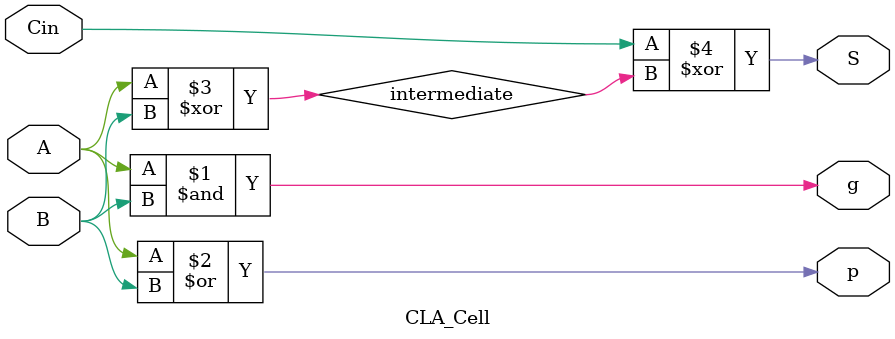
<source format=v>
module CLA_Cell( output S, output p,g, input A,B, input Cin);
	wire intermediate;
	and a1(g,A,B); 
	or  o1(p,A,B); 
	xor x1(intermediate,A,B); 
	xor x2(S,Cin,intermediate);
endmodule
</source>
